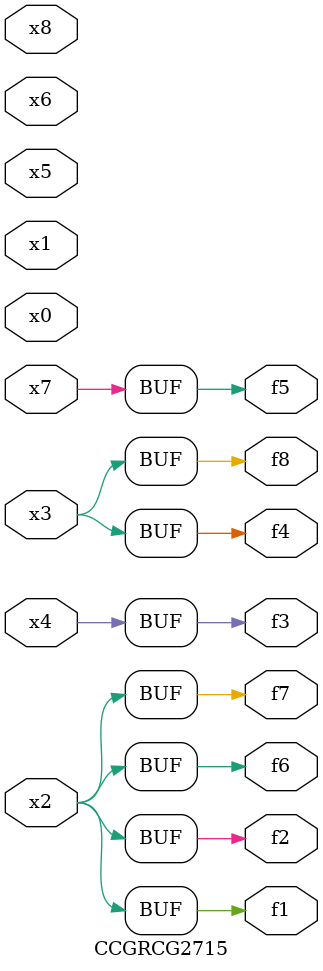
<source format=v>
module CCGRCG2715(
	input x0, x1, x2, x3, x4, x5, x6, x7, x8,
	output f1, f2, f3, f4, f5, f6, f7, f8
);
	assign f1 = x2;
	assign f2 = x2;
	assign f3 = x4;
	assign f4 = x3;
	assign f5 = x7;
	assign f6 = x2;
	assign f7 = x2;
	assign f8 = x3;
endmodule

</source>
